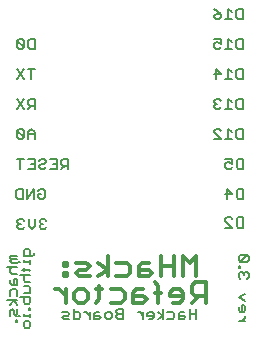
<source format=gbo>
G75*
%MOIN*%
%OFA0B0*%
%FSLAX25Y25*%
%IPPOS*%
%LPD*%
%AMOC8*
5,1,8,0,0,1.08239X$1,22.5*
%
%ADD10C,0.00600*%
%ADD11C,0.01200*%
D10*
X0012397Y0013631D02*
X0015800Y0013631D01*
X0014666Y0013631D02*
X0015800Y0011929D01*
X0015800Y0010561D02*
X0015800Y0008860D01*
X0015233Y0008293D01*
X0014666Y0008860D01*
X0014666Y0009994D01*
X0014099Y0010561D01*
X0013531Y0009994D01*
X0013531Y0008293D01*
X0015233Y0006878D02*
X0015233Y0006311D01*
X0015800Y0006311D01*
X0015800Y0006878D01*
X0015233Y0006878D01*
X0016230Y0008460D02*
X0016797Y0008460D01*
X0017931Y0008460D02*
X0020200Y0008460D01*
X0020200Y0009027D02*
X0020200Y0007892D01*
X0019633Y0006571D02*
X0020200Y0006004D01*
X0020200Y0004870D01*
X0019633Y0004303D01*
X0018499Y0004303D01*
X0017931Y0004870D01*
X0017931Y0006004D01*
X0018499Y0006571D01*
X0019633Y0006571D01*
X0017931Y0008460D02*
X0017931Y0009027D01*
X0019633Y0010301D02*
X0020200Y0010301D01*
X0020200Y0010868D01*
X0019633Y0010868D01*
X0019633Y0010301D01*
X0019633Y0012283D02*
X0018499Y0012283D01*
X0017931Y0012850D01*
X0017931Y0014552D01*
X0017931Y0015966D02*
X0020200Y0015966D01*
X0020200Y0017668D01*
X0019633Y0018235D01*
X0017931Y0018235D01*
X0018499Y0019649D02*
X0020200Y0019649D01*
X0020200Y0021918D02*
X0016797Y0021918D01*
X0015800Y0022412D02*
X0014099Y0022412D01*
X0013531Y0022979D01*
X0013531Y0024113D01*
X0014099Y0024680D01*
X0014099Y0026095D02*
X0013531Y0026662D01*
X0014099Y0027229D01*
X0015800Y0027229D01*
X0016230Y0026262D02*
X0016797Y0026262D01*
X0015800Y0026095D02*
X0014099Y0026095D01*
X0014099Y0027229D02*
X0013531Y0027796D01*
X0013531Y0028363D01*
X0015800Y0028363D01*
X0017931Y0028243D02*
X0017931Y0029945D01*
X0018499Y0030512D01*
X0019633Y0030512D01*
X0020200Y0029945D01*
X0020200Y0028243D01*
X0020767Y0028243D02*
X0017931Y0028243D01*
X0017931Y0026829D02*
X0017931Y0026262D01*
X0020200Y0026262D01*
X0020200Y0026829D02*
X0020200Y0025694D01*
X0019633Y0023806D02*
X0020200Y0023239D01*
X0019633Y0023806D02*
X0017364Y0023806D01*
X0017931Y0024373D02*
X0017931Y0023239D01*
X0018499Y0021918D02*
X0017931Y0021351D01*
X0017931Y0020216D01*
X0018499Y0019649D01*
X0015800Y0020430D02*
X0015233Y0020997D01*
X0014666Y0020430D01*
X0014666Y0018728D01*
X0014099Y0018728D02*
X0015800Y0018728D01*
X0015800Y0020430D01*
X0015233Y0017314D02*
X0015800Y0016747D01*
X0015800Y0015045D01*
X0016797Y0014552D02*
X0020200Y0014552D01*
X0020200Y0012850D01*
X0019633Y0012283D01*
X0015233Y0017314D02*
X0014099Y0017314D01*
X0013531Y0016747D01*
X0013531Y0015045D01*
X0014666Y0013631D02*
X0013531Y0011929D01*
X0014099Y0018728D02*
X0013531Y0019296D01*
X0013531Y0020430D01*
X0012397Y0024680D02*
X0015800Y0024680D01*
X0020767Y0028243D02*
X0021334Y0028810D01*
X0021334Y0029377D01*
X0020707Y0037300D02*
X0019573Y0038434D01*
X0019573Y0040703D01*
X0018158Y0040136D02*
X0017591Y0040703D01*
X0016457Y0040703D01*
X0015890Y0040136D01*
X0015890Y0039569D01*
X0016457Y0039001D01*
X0015890Y0038434D01*
X0015890Y0037867D01*
X0016457Y0037300D01*
X0017591Y0037300D01*
X0018158Y0037867D01*
X0017024Y0039001D02*
X0016457Y0039001D01*
X0020707Y0037300D02*
X0021842Y0038434D01*
X0021842Y0040703D01*
X0023256Y0040136D02*
X0023256Y0039569D01*
X0023823Y0039001D01*
X0023256Y0038434D01*
X0023256Y0037867D01*
X0023823Y0037300D01*
X0024958Y0037300D01*
X0025525Y0037867D01*
X0024390Y0039001D02*
X0023823Y0039001D01*
X0023256Y0040136D02*
X0023823Y0040703D01*
X0024958Y0040703D01*
X0025525Y0040136D01*
X0024458Y0047300D02*
X0023323Y0047300D01*
X0022756Y0047867D01*
X0022756Y0049001D01*
X0023890Y0049001D01*
X0025025Y0047867D02*
X0024458Y0047300D01*
X0025025Y0047867D02*
X0025025Y0050136D01*
X0024458Y0050703D01*
X0023323Y0050703D01*
X0022756Y0050136D01*
X0021342Y0050703D02*
X0021342Y0047300D01*
X0019073Y0047300D02*
X0021342Y0050703D01*
X0019073Y0050703D02*
X0019073Y0047300D01*
X0017658Y0047300D02*
X0015957Y0047300D01*
X0015390Y0047867D01*
X0015390Y0050136D01*
X0015957Y0050703D01*
X0017658Y0050703D01*
X0017658Y0047300D01*
X0016841Y0057300D02*
X0016841Y0060703D01*
X0017975Y0060703D02*
X0015707Y0060703D01*
X0016299Y0067300D02*
X0017433Y0067300D01*
X0018000Y0067867D01*
X0015731Y0070136D01*
X0015731Y0067867D01*
X0016299Y0067300D01*
X0018000Y0067867D02*
X0018000Y0070136D01*
X0017433Y0070703D01*
X0016299Y0070703D01*
X0015731Y0070136D01*
X0015731Y0077300D02*
X0018000Y0080703D01*
X0019415Y0080136D02*
X0019415Y0079001D01*
X0019982Y0078434D01*
X0021683Y0078434D01*
X0021683Y0077300D02*
X0021683Y0080703D01*
X0019982Y0080703D01*
X0019415Y0080136D01*
X0020549Y0078434D02*
X0019415Y0077300D01*
X0018000Y0077300D02*
X0015731Y0080703D01*
X0015731Y0087300D02*
X0018000Y0090703D01*
X0019415Y0090703D02*
X0021683Y0090703D01*
X0020549Y0090703D02*
X0020549Y0087300D01*
X0018000Y0087300D02*
X0015731Y0090703D01*
X0016299Y0097300D02*
X0015731Y0097867D01*
X0015731Y0100136D01*
X0018000Y0097867D01*
X0017433Y0097300D01*
X0016299Y0097300D01*
X0015731Y0100136D02*
X0016299Y0100703D01*
X0017433Y0100703D01*
X0018000Y0100136D01*
X0018000Y0097867D01*
X0019415Y0097867D02*
X0019415Y0100136D01*
X0019982Y0100703D01*
X0021683Y0100703D01*
X0021683Y0097300D01*
X0019982Y0097300D01*
X0019415Y0097867D01*
X0020549Y0070703D02*
X0019415Y0069569D01*
X0019415Y0067300D01*
X0019415Y0069001D02*
X0021683Y0069001D01*
X0021683Y0069569D02*
X0020549Y0070703D01*
X0021683Y0069569D02*
X0021683Y0067300D01*
X0021658Y0060703D02*
X0019390Y0060703D01*
X0020524Y0059001D02*
X0021658Y0059001D01*
X0023073Y0058434D02*
X0023073Y0057867D01*
X0023640Y0057300D01*
X0024774Y0057300D01*
X0025342Y0057867D01*
X0024774Y0059001D02*
X0023640Y0059001D01*
X0023073Y0058434D01*
X0023073Y0060136D02*
X0023640Y0060703D01*
X0024774Y0060703D01*
X0025342Y0060136D01*
X0025342Y0059569D01*
X0024774Y0059001D01*
X0026756Y0057300D02*
X0029025Y0057300D01*
X0029025Y0060703D01*
X0026756Y0060703D01*
X0027890Y0059001D02*
X0029025Y0059001D01*
X0030439Y0059001D02*
X0031006Y0058434D01*
X0032708Y0058434D01*
X0032708Y0057300D02*
X0032708Y0060703D01*
X0031006Y0060703D01*
X0030439Y0060136D01*
X0030439Y0059001D01*
X0031574Y0058434D02*
X0030439Y0057300D01*
X0021658Y0057300D02*
X0019390Y0057300D01*
X0021658Y0057300D02*
X0021658Y0060703D01*
X0034578Y0010703D02*
X0034578Y0007300D01*
X0036280Y0007300D01*
X0036847Y0007867D01*
X0036847Y0009001D01*
X0036280Y0009569D01*
X0034578Y0009569D01*
X0033164Y0009001D02*
X0032596Y0009569D01*
X0030895Y0009569D01*
X0031462Y0008434D02*
X0032596Y0008434D01*
X0033164Y0009001D01*
X0033164Y0007300D02*
X0031462Y0007300D01*
X0030895Y0007867D01*
X0031462Y0008434D01*
X0038215Y0009569D02*
X0038782Y0009569D01*
X0039916Y0008434D01*
X0039916Y0007300D02*
X0039916Y0009569D01*
X0041330Y0009001D02*
X0041330Y0007300D01*
X0043032Y0007300D01*
X0043599Y0007867D01*
X0043032Y0008434D01*
X0041330Y0008434D01*
X0041330Y0009001D02*
X0041898Y0009569D01*
X0043032Y0009569D01*
X0045014Y0009001D02*
X0045581Y0009569D01*
X0046715Y0009569D01*
X0047282Y0009001D01*
X0047282Y0007867D01*
X0046715Y0007300D01*
X0045581Y0007300D01*
X0045014Y0007867D01*
X0045014Y0009001D01*
X0048697Y0008434D02*
X0048697Y0007867D01*
X0049264Y0007300D01*
X0050965Y0007300D01*
X0050965Y0010703D01*
X0049264Y0010703D01*
X0048697Y0010136D01*
X0048697Y0009569D01*
X0049264Y0009001D01*
X0050965Y0009001D01*
X0049264Y0009001D02*
X0048697Y0008434D01*
X0056016Y0009569D02*
X0056584Y0009569D01*
X0057718Y0008434D01*
X0057718Y0007300D02*
X0057718Y0009569D01*
X0059132Y0009001D02*
X0059132Y0008434D01*
X0061401Y0008434D01*
X0061401Y0007867D02*
X0061401Y0009001D01*
X0060834Y0009569D01*
X0059700Y0009569D01*
X0059132Y0009001D01*
X0059700Y0007300D02*
X0060834Y0007300D01*
X0061401Y0007867D01*
X0062769Y0007300D02*
X0064470Y0008434D01*
X0062769Y0009569D01*
X0064470Y0010703D02*
X0064470Y0007300D01*
X0065885Y0007300D02*
X0067586Y0007300D01*
X0068153Y0007867D01*
X0068153Y0009001D01*
X0067586Y0009569D01*
X0065885Y0009569D01*
X0069568Y0009001D02*
X0069568Y0007300D01*
X0071269Y0007300D01*
X0071837Y0007867D01*
X0071269Y0008434D01*
X0069568Y0008434D01*
X0069568Y0009001D02*
X0070135Y0009569D01*
X0071269Y0009569D01*
X0073251Y0009001D02*
X0075520Y0009001D01*
X0075520Y0007300D02*
X0075520Y0010703D01*
X0073251Y0010703D02*
X0073251Y0007300D01*
X0085231Y0037800D02*
X0087500Y0037800D01*
X0085231Y0040069D01*
X0085231Y0040636D01*
X0085799Y0041203D01*
X0086933Y0041203D01*
X0087500Y0040636D01*
X0088915Y0040636D02*
X0088915Y0038367D01*
X0089482Y0037800D01*
X0091183Y0037800D01*
X0091183Y0041203D01*
X0089482Y0041203D01*
X0088915Y0040636D01*
X0089482Y0047300D02*
X0088915Y0047867D01*
X0088915Y0050136D01*
X0089482Y0050703D01*
X0091183Y0050703D01*
X0091183Y0047300D01*
X0089482Y0047300D01*
X0087500Y0049001D02*
X0085231Y0049001D01*
X0085799Y0047300D02*
X0085799Y0050703D01*
X0087500Y0049001D01*
X0086933Y0057300D02*
X0085799Y0057300D01*
X0085231Y0057867D01*
X0085231Y0059001D01*
X0085799Y0059569D01*
X0086366Y0059569D01*
X0087500Y0059001D01*
X0087500Y0060703D01*
X0085231Y0060703D01*
X0087500Y0057867D02*
X0086933Y0057300D01*
X0088915Y0057867D02*
X0088915Y0060136D01*
X0089482Y0060703D01*
X0091183Y0060703D01*
X0091183Y0057300D01*
X0089482Y0057300D01*
X0088915Y0057867D01*
X0089323Y0067300D02*
X0088756Y0067867D01*
X0088756Y0070136D01*
X0089323Y0070703D01*
X0091025Y0070703D01*
X0091025Y0067300D01*
X0089323Y0067300D01*
X0087342Y0067300D02*
X0085073Y0067300D01*
X0083658Y0067300D02*
X0081390Y0069569D01*
X0081390Y0070136D01*
X0081957Y0070703D01*
X0083091Y0070703D01*
X0083658Y0070136D01*
X0083658Y0067300D02*
X0081390Y0067300D01*
X0086207Y0067300D02*
X0086207Y0070703D01*
X0087342Y0069569D01*
X0087342Y0077300D02*
X0085073Y0077300D01*
X0083658Y0077867D02*
X0083091Y0077300D01*
X0081957Y0077300D01*
X0081390Y0077867D01*
X0081390Y0078434D01*
X0081957Y0079001D01*
X0082524Y0079001D01*
X0081957Y0079001D02*
X0081390Y0079569D01*
X0081390Y0080136D01*
X0081957Y0080703D01*
X0083091Y0080703D01*
X0083658Y0080136D01*
X0086207Y0080703D02*
X0086207Y0077300D01*
X0087342Y0079569D02*
X0086207Y0080703D01*
X0088756Y0080136D02*
X0088756Y0077867D01*
X0089323Y0077300D01*
X0091025Y0077300D01*
X0091025Y0080703D01*
X0089323Y0080703D01*
X0088756Y0080136D01*
X0089323Y0087300D02*
X0088756Y0087867D01*
X0088756Y0090136D01*
X0089323Y0090703D01*
X0091025Y0090703D01*
X0091025Y0087300D01*
X0089323Y0087300D01*
X0087342Y0087300D02*
X0085073Y0087300D01*
X0083658Y0089001D02*
X0081390Y0089001D01*
X0081957Y0087300D02*
X0081957Y0090703D01*
X0083658Y0089001D01*
X0086207Y0090703D02*
X0086207Y0087300D01*
X0087342Y0089569D02*
X0086207Y0090703D01*
X0086207Y0097300D02*
X0086207Y0100703D01*
X0087342Y0099569D01*
X0088756Y0100136D02*
X0088756Y0097867D01*
X0089323Y0097300D01*
X0091025Y0097300D01*
X0091025Y0100703D01*
X0089323Y0100703D01*
X0088756Y0100136D01*
X0087342Y0097300D02*
X0085073Y0097300D01*
X0083658Y0097867D02*
X0083091Y0097300D01*
X0081957Y0097300D01*
X0081390Y0097867D01*
X0081390Y0099001D01*
X0081957Y0099569D01*
X0082524Y0099569D01*
X0083658Y0099001D01*
X0083658Y0100703D01*
X0081390Y0100703D01*
X0081957Y0107300D02*
X0081390Y0107867D01*
X0081390Y0108434D01*
X0081957Y0109001D01*
X0083658Y0109001D01*
X0083658Y0107867D01*
X0083091Y0107300D01*
X0081957Y0107300D01*
X0083658Y0109001D02*
X0082524Y0110136D01*
X0081390Y0110703D01*
X0085073Y0107300D02*
X0087342Y0107300D01*
X0086207Y0107300D02*
X0086207Y0110703D01*
X0087342Y0109569D01*
X0088756Y0110136D02*
X0089323Y0110703D01*
X0091025Y0110703D01*
X0091025Y0107300D01*
X0089323Y0107300D01*
X0088756Y0107867D01*
X0088756Y0110136D01*
X0090167Y0028549D02*
X0089600Y0027982D01*
X0089600Y0026847D01*
X0090167Y0026280D01*
X0092436Y0028549D01*
X0090167Y0028549D01*
X0090167Y0026280D02*
X0092436Y0026280D01*
X0093003Y0026847D01*
X0093003Y0027982D01*
X0092436Y0028549D01*
X0090167Y0025006D02*
X0089600Y0025006D01*
X0089600Y0024439D01*
X0090167Y0024439D01*
X0090167Y0025006D01*
X0090167Y0023024D02*
X0089600Y0022457D01*
X0089600Y0021323D01*
X0090167Y0020755D01*
X0091301Y0021890D02*
X0091301Y0022457D01*
X0090734Y0023024D01*
X0090167Y0023024D01*
X0091301Y0022457D02*
X0091869Y0023024D01*
X0092436Y0023024D01*
X0093003Y0022457D01*
X0093003Y0021323D01*
X0092436Y0020755D01*
X0091869Y0015658D02*
X0089600Y0014523D01*
X0091869Y0013389D01*
X0091301Y0011975D02*
X0091869Y0011407D01*
X0091869Y0010273D01*
X0091301Y0009706D01*
X0090167Y0009706D01*
X0089600Y0010273D01*
X0089600Y0011407D01*
X0090734Y0011975D02*
X0090734Y0009706D01*
X0091869Y0008338D02*
X0091869Y0007771D01*
X0090734Y0006637D01*
X0089600Y0006637D02*
X0091869Y0006637D01*
X0091301Y0011975D02*
X0090734Y0011975D01*
D11*
X0078596Y0012700D02*
X0078596Y0019506D01*
X0075193Y0019506D01*
X0074059Y0018372D01*
X0074059Y0016103D01*
X0075193Y0014969D01*
X0078596Y0014969D01*
X0076327Y0014969D02*
X0074059Y0012700D01*
X0071230Y0013834D02*
X0071230Y0016103D01*
X0070095Y0017237D01*
X0067827Y0017237D01*
X0066692Y0016103D01*
X0066692Y0014969D01*
X0071230Y0014969D01*
X0071230Y0013834D02*
X0070095Y0012700D01*
X0067827Y0012700D01*
X0063863Y0016103D02*
X0061595Y0016103D01*
X0062729Y0018372D02*
X0062729Y0012700D01*
X0062729Y0018372D02*
X0061595Y0019506D01*
X0059660Y0021500D02*
X0060794Y0022634D01*
X0059660Y0023769D01*
X0056257Y0023769D01*
X0056257Y0024903D02*
X0056257Y0021500D01*
X0059660Y0021500D01*
X0059660Y0026037D02*
X0057391Y0026037D01*
X0056257Y0024903D01*
X0053428Y0024903D02*
X0053428Y0022634D01*
X0052293Y0021500D01*
X0048891Y0021500D01*
X0048891Y0026037D02*
X0052293Y0026037D01*
X0053428Y0024903D01*
X0055550Y0017237D02*
X0054415Y0016103D01*
X0054415Y0012700D01*
X0057818Y0012700D01*
X0058952Y0013834D01*
X0057818Y0014969D01*
X0054415Y0014969D01*
X0055550Y0017237D02*
X0057818Y0017237D01*
X0063623Y0021500D02*
X0063623Y0028306D01*
X0063623Y0024903D02*
X0068160Y0024903D01*
X0068160Y0021500D02*
X0068160Y0028306D01*
X0070989Y0028306D02*
X0070989Y0021500D01*
X0073258Y0026037D02*
X0070989Y0028306D01*
X0073258Y0026037D02*
X0075527Y0028306D01*
X0075527Y0021500D01*
X0051586Y0016103D02*
X0051586Y0013834D01*
X0050452Y0012700D01*
X0047049Y0012700D01*
X0047049Y0017237D02*
X0050452Y0017237D01*
X0051586Y0016103D01*
X0046061Y0021500D02*
X0046061Y0028306D01*
X0042659Y0026037D02*
X0046061Y0023769D01*
X0042659Y0021500D01*
X0043086Y0018372D02*
X0043086Y0013834D01*
X0041951Y0012700D01*
X0039309Y0013834D02*
X0038175Y0012700D01*
X0035906Y0012700D01*
X0034772Y0013834D01*
X0034772Y0016103D01*
X0035906Y0017237D01*
X0038175Y0017237D01*
X0039309Y0016103D01*
X0039309Y0013834D01*
X0041951Y0017237D02*
X0044220Y0017237D01*
X0039923Y0021500D02*
X0036520Y0021500D01*
X0035386Y0022634D01*
X0036520Y0023769D01*
X0038789Y0023769D01*
X0039923Y0024903D01*
X0038789Y0026037D01*
X0035386Y0026037D01*
X0032557Y0026037D02*
X0032557Y0024903D01*
X0031422Y0024903D01*
X0031422Y0026037D01*
X0032557Y0026037D01*
X0032557Y0022634D02*
X0031422Y0022634D01*
X0031422Y0021500D01*
X0032557Y0021500D01*
X0032557Y0022634D01*
X0031943Y0017237D02*
X0031943Y0012700D01*
X0031943Y0014969D02*
X0029674Y0017237D01*
X0028540Y0017237D01*
M02*

</source>
